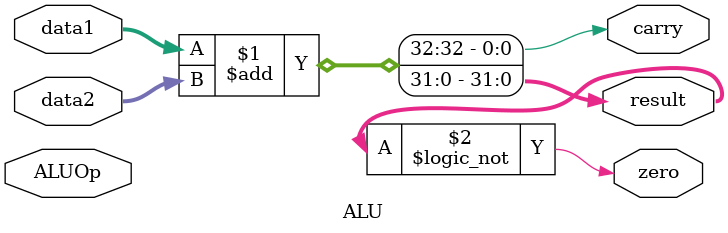
<source format=v>
`timescale 1ns / 1ps
module ALU(data1,data2,ALUOp,result,zero,carry);
	// input and output
	input [31:0] data1,data2;
	input [4:0] ALUOp;
	output [31:0] result;
	output zero,carry;
	
	assign {carry, result} = data1 + data2;
	assign zero = (result==0);


endmodule

</source>
